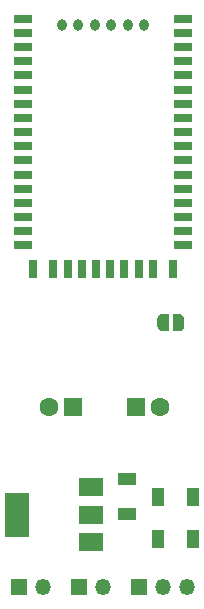
<source format=gbr>
%TF.GenerationSoftware,KiCad,Pcbnew,(5.1.8)-1*%
%TF.CreationDate,2020-11-16T23:50:31-05:00*%
%TF.ProjectId,podemu_customboard,706f6465-6d75-45f6-9375-73746f6d626f,rev?*%
%TF.SameCoordinates,Original*%
%TF.FileFunction,Soldermask,Bot*%
%TF.FilePolarity,Negative*%
%FSLAX46Y46*%
G04 Gerber Fmt 4.6, Leading zero omitted, Abs format (unit mm)*
G04 Created by KiCad (PCBNEW (5.1.8)-1) date 2020-11-16 23:50:31*
%MOMM*%
%LPD*%
G01*
G04 APERTURE LIST*
%ADD10R,1.000000X1.600000*%
%ADD11O,1.350000X1.350000*%
%ADD12R,1.350000X1.350000*%
%ADD13R,1.600000X0.800000*%
%ADD14R,0.800000X1.600000*%
%ADD15O,0.800000X1.000000*%
%ADD16R,1.600000X1.000000*%
%ADD17C,1.600000*%
%ADD18R,1.600000X1.600000*%
%ADD19C,0.100000*%
%ADD20R,2.000000X1.500000*%
%ADD21R,2.000000X3.800000*%
G04 APERTURE END LIST*
D10*
%TO.C,0.1uF*%
X179372000Y-136652000D03*
X182372000Y-136652000D03*
%TD*%
D11*
%TO.C,L R*%
X181832000Y-144272000D03*
X179832000Y-144272000D03*
D12*
X177832000Y-144272000D03*
%TD*%
D13*
%TO.C,RN52*%
X181502000Y-96194000D03*
X181502000Y-97394000D03*
X181502000Y-98594000D03*
X181502000Y-99794000D03*
X181502000Y-100994000D03*
X181502000Y-102194000D03*
X181502000Y-103394000D03*
X181502000Y-104594000D03*
X181502000Y-105794000D03*
X181502000Y-106994000D03*
X181502000Y-108194000D03*
X181502000Y-109394000D03*
X181502000Y-110594000D03*
X181502000Y-111794000D03*
X181502000Y-112994000D03*
X181502000Y-114194000D03*
X181502000Y-115394000D03*
D14*
X180652000Y-117394000D03*
X178952000Y-117394000D03*
X177752000Y-117394000D03*
X176552000Y-117394000D03*
X175352000Y-117394000D03*
X174152000Y-117394000D03*
X172952000Y-117394000D03*
X171752000Y-117394000D03*
X170552000Y-117394000D03*
X168852000Y-117394000D03*
D13*
X168002000Y-115394000D03*
X168002000Y-114194000D03*
X168002000Y-112994000D03*
X168002000Y-111794000D03*
X168002000Y-110594000D03*
X168002000Y-109394000D03*
X168002000Y-108194000D03*
X168002000Y-106994000D03*
X168002000Y-105794000D03*
X168002000Y-104594000D03*
X168002000Y-103394000D03*
X168002000Y-102194000D03*
X168002000Y-100994000D03*
X168002000Y-99794000D03*
X168002000Y-98594000D03*
X168002000Y-97394000D03*
X168002000Y-96194000D03*
D15*
X171252000Y-96694000D03*
X172652000Y-96694000D03*
X174052000Y-96694000D03*
X175452000Y-96694000D03*
X176852000Y-96694000D03*
X178252000Y-96694000D03*
%TD*%
D10*
%TO.C,0.1uF*%
X182372000Y-140208000D03*
X179372000Y-140208000D03*
%TD*%
D16*
%TO.C,C3*%
X176784000Y-138128000D03*
X176784000Y-135128000D03*
%TD*%
D17*
%TO.C,220uF*%
X179546000Y-129032000D03*
D18*
X177546000Y-129032000D03*
%TD*%
%TO.C,220uF*%
X172212000Y-129032000D03*
D17*
X170212000Y-129032000D03*
%TD*%
D11*
%TO.C,- +*%
X169672000Y-144272000D03*
D12*
X167672000Y-144272000D03*
%TD*%
D19*
%TO.C,CMD*%
G36*
X180632000Y-121170000D02*
G01*
X181132000Y-121170000D01*
X181132000Y-121170602D01*
X181156534Y-121170602D01*
X181205365Y-121175412D01*
X181253490Y-121184984D01*
X181300445Y-121199228D01*
X181345778Y-121218005D01*
X181389051Y-121241136D01*
X181429850Y-121268396D01*
X181467779Y-121299524D01*
X181502476Y-121334221D01*
X181533604Y-121372150D01*
X181560864Y-121412949D01*
X181583995Y-121456222D01*
X181602772Y-121501555D01*
X181617016Y-121548510D01*
X181626588Y-121596635D01*
X181631398Y-121645466D01*
X181631398Y-121670000D01*
X181632000Y-121670000D01*
X181632000Y-122170000D01*
X181631398Y-122170000D01*
X181631398Y-122194534D01*
X181626588Y-122243365D01*
X181617016Y-122291490D01*
X181602772Y-122338445D01*
X181583995Y-122383778D01*
X181560864Y-122427051D01*
X181533604Y-122467850D01*
X181502476Y-122505779D01*
X181467779Y-122540476D01*
X181429850Y-122571604D01*
X181389051Y-122598864D01*
X181345778Y-122621995D01*
X181300445Y-122640772D01*
X181253490Y-122655016D01*
X181205365Y-122664588D01*
X181156534Y-122669398D01*
X181132000Y-122669398D01*
X181132000Y-122670000D01*
X180632000Y-122670000D01*
X180632000Y-121170000D01*
G37*
G36*
X179832000Y-122669398D02*
G01*
X179807466Y-122669398D01*
X179758635Y-122664588D01*
X179710510Y-122655016D01*
X179663555Y-122640772D01*
X179618222Y-122621995D01*
X179574949Y-122598864D01*
X179534150Y-122571604D01*
X179496221Y-122540476D01*
X179461524Y-122505779D01*
X179430396Y-122467850D01*
X179403136Y-122427051D01*
X179380005Y-122383778D01*
X179361228Y-122338445D01*
X179346984Y-122291490D01*
X179337412Y-122243365D01*
X179332602Y-122194534D01*
X179332602Y-122170000D01*
X179332000Y-122170000D01*
X179332000Y-121670000D01*
X179332602Y-121670000D01*
X179332602Y-121645466D01*
X179337412Y-121596635D01*
X179346984Y-121548510D01*
X179361228Y-121501555D01*
X179380005Y-121456222D01*
X179403136Y-121412949D01*
X179430396Y-121372150D01*
X179461524Y-121334221D01*
X179496221Y-121299524D01*
X179534150Y-121268396D01*
X179574949Y-121241136D01*
X179618222Y-121218005D01*
X179663555Y-121199228D01*
X179710510Y-121184984D01*
X179758635Y-121175412D01*
X179807466Y-121170602D01*
X179832000Y-121170602D01*
X179832000Y-121170000D01*
X180332000Y-121170000D01*
X180332000Y-122670000D01*
X179832000Y-122670000D01*
X179832000Y-122669398D01*
G37*
%TD*%
D20*
%TO.C,AMS1117*%
X173736000Y-135876000D03*
X173736000Y-140476000D03*
X173736000Y-138176000D03*
D21*
X167436000Y-138176000D03*
%TD*%
D11*
%TO.C,TX RX*%
X174720000Y-144272000D03*
D12*
X172720000Y-144272000D03*
%TD*%
M02*

</source>
